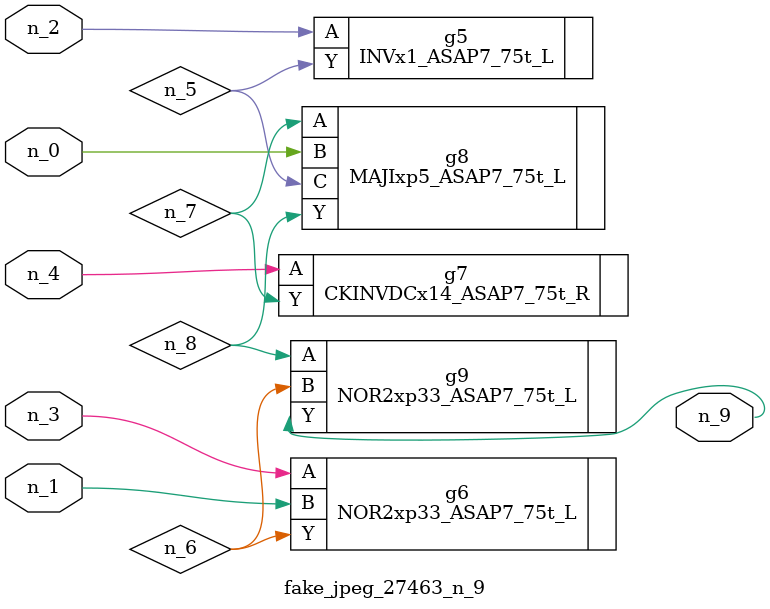
<source format=v>
module fake_jpeg_27463_n_9 (n_3, n_2, n_1, n_0, n_4, n_9);

input n_3;
input n_2;
input n_1;
input n_0;
input n_4;

output n_9;

wire n_8;
wire n_6;
wire n_5;
wire n_7;

INVx1_ASAP7_75t_L g5 ( 
.A(n_2),
.Y(n_5)
);

NOR2xp33_ASAP7_75t_L g6 ( 
.A(n_3),
.B(n_1),
.Y(n_6)
);

CKINVDCx14_ASAP7_75t_R g7 ( 
.A(n_4),
.Y(n_7)
);

MAJIxp5_ASAP7_75t_L g8 ( 
.A(n_7),
.B(n_0),
.C(n_5),
.Y(n_8)
);

NOR2xp33_ASAP7_75t_L g9 ( 
.A(n_8),
.B(n_6),
.Y(n_9)
);


endmodule
</source>
